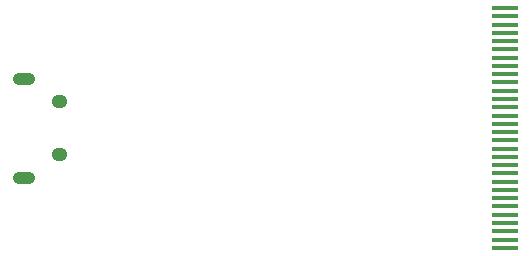
<source format=gbp>
G04 EAGLE Gerber RS-274X export*
G75*
%MOMM*%
%FSLAX34Y34*%
%LPD*%
%INBottom Paste*%
%IPPOS*%
%AMOC8*
5,1,8,0,0,1.08239X$1,22.5*%
G01*
%ADD10R,2.200000X0.350000*%
%ADD11C,0.990000*%
%ADD12C,0.950000*%


D10*
X424496Y32104D03*
X424496Y39104D03*
X424496Y46104D03*
X424496Y53104D03*
X424496Y60104D03*
X424496Y67104D03*
X424496Y74104D03*
X424496Y81104D03*
X424496Y88104D03*
X424496Y95104D03*
X424496Y102104D03*
X424496Y109104D03*
X424496Y116104D03*
X424496Y123104D03*
X424496Y130104D03*
X424496Y137104D03*
X424496Y144104D03*
X424496Y151104D03*
X424496Y158104D03*
X424496Y165104D03*
X424496Y172104D03*
X424496Y179104D03*
X424496Y186104D03*
X424496Y193104D03*
X424496Y200104D03*
X424496Y207104D03*
X424496Y214104D03*
X424496Y221104D03*
X424496Y228104D03*
X424496Y235104D03*
D11*
X48826Y110804D02*
X46226Y110804D01*
X46226Y111904D01*
X48826Y111904D01*
X48826Y110804D01*
X48826Y155304D02*
X46226Y155304D01*
X46226Y156404D01*
X48826Y156404D01*
X48826Y155304D01*
D12*
X22276Y175104D02*
X22276Y175604D01*
X22276Y175104D02*
X12776Y175104D01*
X12776Y175604D01*
X22276Y175604D01*
X22276Y92104D02*
X22276Y91604D01*
X12776Y91604D01*
X12776Y92104D01*
X22276Y92104D01*
M02*

</source>
